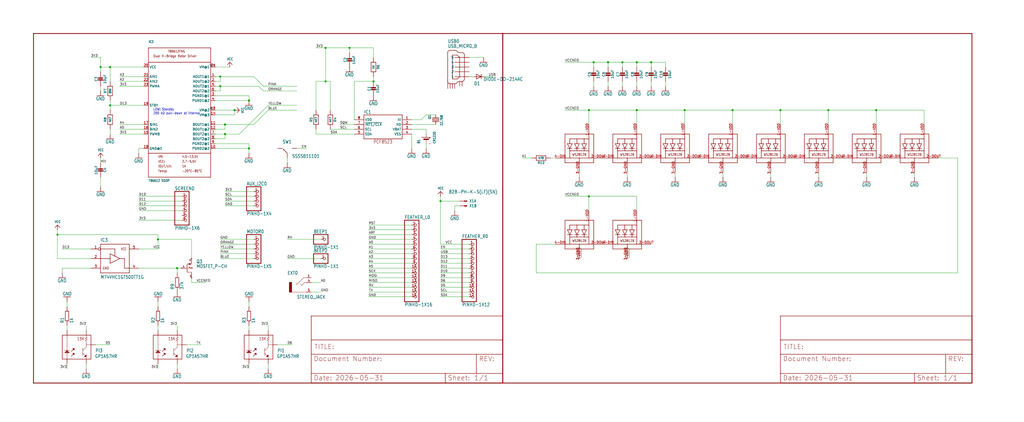
<source format=kicad_sch>
(kicad_sch (version 20250114) (generator "eeschema") (generator_version "9.0")
  (paper "User" 543.23 223.926)
  (text "LOW: Standby\n200 kΩ pull-down at internal" (at 81.28 60.96 0) (effects (font (size 1.27 1.0795)) (justify left bottom)))
  (junction (at 337.82 58.42))
  (junction (at 93.98 142.24))
  (junction (at 464.82 58.42))
  (junction (at 312.42 104.14))
  (junction (at 314.96 33.02))
  (junction (at 363.22 58.42))
  (junction (at 124.46 58.42))
  (junction (at 185.42 25.4))
  (junction (at 58.42 55.88))
  (junction (at 116.84 45.72))
  (junction (at 345.44 33.02))
  (junction (at 119.38 66.04))
  (junction (at 322.58 33.02))
  (junction (at 116.84 40.64))
  (junction (at 132.08 78.74))
  (junction (at 388.62 58.42))
  (junction (at 172.72 25.4))
  (junction (at 58.42 35.56))
  (junction (at 312.42 58.42))
  (junction (at 172.72 43.18))
  (junction (at 132.08 53.34))
  (junction (at 119.38 71.12))
  (junction (at 439.42 58.42))
  (junction (at 83.82 127))
  (junction (at 233.68 106.68))
  (junction (at 30.48 124.46))
  (junction (at 414.02 58.42))
  (junction (at 53.34 35.56))
  (junction (at 330.2 33.02))
  (junction (at 198.12 43.18))
  (junction (at 337.82 33.02))
  (wire (pts (xy 152.4 83.82) (xy 152.4 86.36)) (stroke (width 0.1524)))
  (wire (pts (xy 96.52 106.68) (xy 73.66 106.68)) (stroke (width 0.1524)))
  (wire (pts (xy 134.62 106.68) (xy 119.38 106.68)) (stroke (width 0.1524)))
  (wire (pts (xy 134.62 134.62) (xy 116.84 134.62)) (stroke (width 0.1524)))
  (wire (pts (xy 185.42 25.4) (xy 172.72 25.4)) (stroke (width 0.1524)))
  (wire (pts (xy 175.26 43.18) (xy 175.26 58.42)) (stroke (width 0.1524)))
  (wire (pts (xy 139.7 45.72) (xy 157.48 45.72)) (stroke (width 0.1524)))
  (wire (pts (xy 167.64 71.12) (xy 167.64 68.58)) (stroke (width 0.1524)))
  (wire (pts (xy 248.92 129.54) (xy 233.68 129.54)) (stroke (width 0.1524)))
  (wire (pts (xy 114.3 66.04) (xy 119.38 66.04)) (stroke (width 0.1524)))
  (wire (pts (xy 76.2 40.64) (xy 63.5 40.64)) (stroke (width 0.1524)))
  (wire (pts (xy 464.82 66.04) (xy 464.82 58.42)) (stroke (width 0.1524)))
  (wire (pts (xy 116.84 40.64) (xy 134.62 40.64)) (stroke (width 0.1524)))
  (wire (pts (xy 132.08 172.72) (xy 132.08 175.26)) (stroke (width 0.1524)))
  (wire (pts (xy 330.2 33.02) (xy 337.82 33.02)) (stroke (width 0.1524)))
  (wire (pts (xy 119.38 73.66) (xy 119.38 71.12)) (stroke (width 0.1524)))
  (wire (pts (xy 248.92 132.08) (xy 233.68 132.08)) (stroke (width 0.1524)))
  (wire (pts (xy 33.02 142.24) (xy 33.02 144.78)) (stroke (width 0.1524)))
  (wire (pts (xy 134.62 129.54) (xy 116.84 129.54)) (stroke (width 0.1524)))
  (wire (pts (xy 218.44 152.4) (xy 195.58 152.4)) (stroke (width 0.1524)))
  (wire (pts (xy 124.46 60.96) (xy 124.46 58.42)) (stroke (width 0.1524)))
  (wire (pts (xy 114.3 71.12) (xy 119.38 71.12)) (stroke (width 0.1524)))
  (wire (pts (xy 187.96 43.18) (xy 198.12 43.18)) (stroke (width 0.1524)))
  (wire (pts (xy 388.62 66.04) (xy 388.62 58.42)) (stroke (width 0.1524)))
  (wire (pts (xy 218.44 149.86) (xy 195.58 149.86)) (stroke (width 0.1524)))
  (wire (pts (xy 187.96 68.58) (xy 175.26 68.58)) (stroke (width 0.1524)))
  (wire (pts (xy 218.44 127) (xy 195.58 127)) (stroke (width 0.1524)))
  (wire (pts (xy 198.12 43.18) (xy 198.12 40.64)) (stroke (width 0.1524)))
  (wire (pts (xy 233.68 106.68) (xy 233.68 129.54)) (stroke (width 0.1524)))
  (wire (pts (xy 35.56 195.58) (xy 35.56 193.04)) (stroke (width 0.1524)))
  (wire (pts (xy 114.3 43.18) (xy 116.84 43.18)) (stroke (width 0.1524)))
  (wire (pts (xy 116.84 48.26) (xy 116.84 45.72)) (stroke (width 0.1524)))
  (wire (pts (xy 218.44 78.74) (xy 218.44 71.12)) (stroke (width 0.1524)))
  (wire (pts (xy 383.54 91.44) (xy 383.54 93.98)) (stroke (width 0.1524)))
  (wire (pts (xy 76.2 45.72) (xy 63.5 45.72)) (stroke (width 0.1524)))
  (wire (pts (xy 142.24 58.42) (xy 157.48 58.42)) (stroke (width 0.1524)))
  (wire (pts (xy 281.94 83.82) (xy 276.86 83.82)) (stroke (width 0.1524)))
  (wire (pts (xy 172.72 43.18) (xy 167.64 43.18)) (stroke (width 0.1524)))
  (wire (pts (xy 284.48 144.78) (xy 508 144.78)) (stroke (width 0.1524)))
  (wire (pts (xy 218.44 137.16) (xy 195.58 137.16)) (stroke (width 0.1524)))
  (wire (pts (xy 218.44 119.38) (xy 195.58 119.38)) (stroke (width 0.1524)))
  (wire (pts (xy 243.84 106.68) (xy 233.68 106.68)) (stroke (width 0.1524)))
  (wire (pts (xy 165.1 149.86) (xy 170.18 149.86)) (stroke (width 0.1524)))
  (wire (pts (xy 83.82 124.46) (xy 30.48 124.46)) (stroke (width 0.1524)))
  (wire (pts (xy 76.2 71.12) (xy 63.5 71.12)) (stroke (width 0.1524)))
  (wire (pts (xy 83.82 127) (xy 101.6 127)) (stroke (width 0.1524)))
  (wire (pts (xy 134.62 66.04) (xy 142.24 58.42)) (stroke (width 0.1524)))
  (wire (pts (xy 93.98 195.58) (xy 93.98 193.04)) (stroke (width 0.1524)))
  (wire (pts (xy 114.3 40.64) (xy 116.84 40.64)) (stroke (width 0.1524)))
  (wire (pts (xy 96.52 109.22) (xy 73.66 109.22)) (stroke (width 0.1524)))
  (wire (pts (xy 172.72 43.18) (xy 172.72 25.4)) (stroke (width 0.1524)))
  (wire (pts (xy 198.12 25.4) (xy 198.12 30.48)) (stroke (width 0.1524)))
  (wire (pts (xy 116.84 43.18) (xy 116.84 40.64)) (stroke (width 0.1524)))
  (wire (pts (xy 226.06 76.2) (xy 226.06 78.74)) (stroke (width 0.1524)))
  (wire (pts (xy 101.6 149.86) (xy 109.22 149.86)) (stroke (width 0.1524)))
  (wire (pts (xy 114.3 58.42) (xy 124.46 58.42)) (stroke (width 0.1524)))
  (wire (pts (xy 248.92 137.16) (xy 233.68 137.16)) (stroke (width 0.1524)))
  (wire (pts (xy 464.82 58.42) (xy 490.22 58.42)) (stroke (width 0.1524)))
  (wire (pts (xy 58.42 53.34) (xy 58.42 55.88)) (stroke (width 0.1524)))
  (wire (pts (xy 134.62 127) (xy 116.84 127)) (stroke (width 0.1524)))
  (wire (pts (xy 134.62 132.08) (xy 116.84 132.08)) (stroke (width 0.1524)))
  (wire (pts (xy 142.24 55.88) (xy 157.48 55.88)) (stroke (width 0.1524)))
  (wire (pts (xy 35.56 172.72) (xy 35.56 175.26)) (stroke (width 0.1524)))
  (wire (pts (xy 337.82 43.18) (xy 337.82 45.72)) (stroke (width 0.1524)))
  (wire (pts (xy 134.62 109.22) (xy 119.38 109.22)) (stroke (width 0.1524)))
  (wire (pts (xy 322.58 33.02) (xy 330.2 33.02)) (stroke (width 0.1524)))
  (wire (pts (xy 132.08 50.8) (xy 132.08 53.34)) (stroke (width 0.1524)))
  (wire (pts (xy 337.82 35.56) (xy 337.82 33.02)) (stroke (width 0.1524)))
  (wire (pts (xy 30.48 124.46) (xy 30.48 137.16)) (stroke (width 0.1524)))
  (wire (pts (xy 198.12 25.4) (xy 185.42 25.4)) (stroke (width 0.1524)))
  (wire (pts (xy 314.96 33.02) (xy 322.58 33.02)) (stroke (width 0.1524)))
  (wire (pts (xy 114.3 53.34) (xy 132.08 53.34)) (stroke (width 0.1524)))
  (wire (pts (xy 218.44 144.78) (xy 195.58 144.78)) (stroke (width 0.1524)))
  (wire (pts (xy 485.14 91.44) (xy 485.14 93.98)) (stroke (width 0.1524)))
  (wire (pts (xy 307.34 91.44) (xy 307.34 93.98)) (stroke (width 0.1524)))
  (wire (pts (xy 93.98 142.24) (xy 96.52 142.24)) (stroke (width 0.1524)))
  (wire (pts (xy 114.3 78.74) (xy 132.08 78.74)) (stroke (width 0.1524)))
  (wire (pts (xy 114.3 76.2) (xy 132.08 76.2)) (stroke (width 0.1524)))
  (wire (pts (xy 345.44 45.72) (xy 345.44 43.18)) (stroke (width 0.1524)))
  (wire (pts (xy 96.52 116.84) (xy 73.66 116.84)) (stroke (width 0.1524)))
  (wire (pts (xy 58.42 43.18) (xy 58.42 35.56)) (stroke (width 0.1524)))
  (wire (pts (xy 322.58 35.56) (xy 322.58 33.02)) (stroke (width 0.1524)))
  (wire (pts (xy 299.72 33.02) (xy 314.96 33.02)) (stroke (width 0.1524)))
  (wire (pts (xy 185.42 27.94) (xy 185.42 25.4)) (stroke (width 0.1524)))
  (wire (pts (xy 76.2 78.74) (xy 73.66 78.74)) (stroke (width 0.1524)))
  (wire (pts (xy 294.64 83.82) (xy 292.1 83.82)) (stroke (width 0.1524)))
  (wire (pts (xy 223.52 63.5) (xy 218.44 63.5)) (stroke (width 0.1524)))
  (wire (pts (xy 76.2 43.18) (xy 63.5 43.18)) (stroke (width 0.1524)))
  (wire (pts (xy 83.82 195.58) (xy 83.82 193.04)) (stroke (width 0.1524)))
  (wire (pts (xy 226.06 60.96) (xy 223.52 63.5)) (stroke (width 0.1524)))
  (wire (pts (xy 58.42 68.58) (xy 58.42 71.12)) (stroke (width 0.1524)))
  (wire (pts (xy 388.62 58.42) (xy 414.02 58.42)) (stroke (width 0.1524)))
  (wire (pts (xy 337.82 66.04) (xy 337.82 58.42)) (stroke (width 0.1524)))
  (wire (pts (xy 114.3 48.26) (xy 116.84 48.26)) (stroke (width 0.1524)))
  (wire (pts (xy 134.62 40.64) (xy 139.7 45.72)) (stroke (width 0.1524)))
  (wire (pts (xy 256.54 40.64) (xy 261.62 40.64)) (stroke (width 0.1524)))
  (wire (pts (xy 53.34 45.72) (xy 53.34 48.26)) (stroke (width 0.1524)))
  (wire (pts (xy 30.48 137.16) (xy 48.26 137.16)) (stroke (width 0.1524)))
  (wire (pts (xy 99.06 182.88) (xy 106.68 182.88)) (stroke (width 0.1524)))
  (wire (pts (xy 35.56 162.56) (xy 35.56 160.02)) (stroke (width 0.1524)))
  (wire (pts (xy 314.96 35.56) (xy 314.96 33.02)) (stroke (width 0.1524)))
  (wire (pts (xy 226.06 71.12) (xy 226.06 68.58)) (stroke (width 0.1524)))
  (wire (pts (xy 48.26 142.24) (xy 33.02 142.24)) (stroke (width 0.1524)))
  (wire (pts (xy 96.52 104.14) (xy 73.66 104.14)) (stroke (width 0.1524)))
  (wire (pts (xy 76.2 55.88) (xy 58.42 55.88)) (stroke (width 0.1524)))
  (wire (pts (xy 231.14 66.04) (xy 218.44 66.04)) (stroke (width 0.1524)))
  (wire (pts (xy 116.84 45.72) (xy 137.16 45.72)) (stroke (width 0.1524)))
  (wire (pts (xy 337.82 58.42) (xy 363.22 58.42)) (stroke (width 0.1524)))
  (wire (pts (xy 248.92 147.32) (xy 233.68 147.32)) (stroke (width 0.1524)))
  (wire (pts (xy 248.92 142.24) (xy 233.68 142.24)) (stroke (width 0.1524)))
  (wire (pts (xy 314.96 43.18) (xy 314.96 45.72)) (stroke (width 0.1524)))
  (wire (pts (xy 157.48 78.74) (xy 162.56 78.74)) (stroke (width 0.1524)))
  (wire (pts (xy 337.82 33.02) (xy 345.44 33.02)) (stroke (width 0.1524)))
  (wire (pts (xy 134.62 104.14) (xy 119.38 104.14)) (stroke (width 0.1524)))
  (wire (pts (xy 358.14 91.44) (xy 358.14 93.98)) (stroke (width 0.1524)))
  (wire (pts (xy 248.92 154.94) (xy 233.68 154.94)) (stroke (width 0.1524)))
  (wire (pts (xy 490.22 58.42) (xy 490.22 66.04)) (stroke (width 0.1524)))
  (wire (pts (xy 132.08 76.2) (xy 132.08 78.74)) (stroke (width 0.1524)))
  (wire (pts (xy 248.92 149.86) (xy 233.68 149.86)) (stroke (width 0.1524)))
  (wire (pts (xy 53.34 93.98) (xy 53.34 99.06)) (stroke (width 0.1524)))
  (wire (pts (xy 330.2 43.18) (xy 330.2 45.72)) (stroke (width 0.1524)))
  (wire (pts (xy 114.3 68.58) (xy 119.38 68.58)) (stroke (width 0.1524)))
  (wire (pts (xy 187.96 63.5) (xy 187.96 43.18)) (stroke (width 0.1524)))
  (wire (pts (xy 93.98 172.72) (xy 93.98 175.26)) (stroke (width 0.1524)))
  (wire (pts (xy 312.42 66.04) (xy 312.42 58.42)) (stroke (width 0.1524)))
  (wire (pts (xy 48.26 132.08) (xy 33.02 132.08)) (stroke (width 0.1524)))
  (wire (pts (xy 53.34 86.36) (xy 53.34 83.82)) (stroke (width 0.1524)))
  (wire (pts (xy 73.66 78.74) (xy 73.66 81.28)) (stroke (width 0.1524)))
  (wire (pts (xy 248.92 134.62) (xy 233.68 134.62)) (stroke (width 0.1524)))
  (wire (pts (xy 312.42 111.76) (xy 312.42 104.14)) (stroke (width 0.1524)))
  (wire (pts (xy 226.06 68.58) (xy 218.44 68.58)) (stroke (width 0.1524)))
  (wire (pts (xy 414.02 58.42) (xy 414.02 66.04)) (stroke (width 0.1524)))
  (wire (pts (xy 142.24 195.58) (xy 142.24 193.04)) (stroke (width 0.1524)))
  (wire (pts (xy 233.68 106.68) (xy 233.68 104.14)) (stroke (width 0.1524)))
  (wire (pts (xy 218.44 124.46) (xy 195.58 124.46)) (stroke (width 0.1524)))
  (wire (pts (xy 218.44 157.48) (xy 195.58 157.48)) (stroke (width 0.1524)))
  (wire (pts (xy 187.96 71.12) (xy 167.64 71.12)) (stroke (width 0.1524)))
  (wire (pts (xy 45.72 195.58) (xy 45.72 193.04)) (stroke (width 0.1524)))
  (wire (pts (xy 187.96 66.04) (xy 180.34 66.04)) (stroke (width 0.1524)))
  (wire (pts (xy 119.38 68.58) (xy 119.38 66.04)) (stroke (width 0.1524)))
  (wire (pts (xy 170.18 137.16) (xy 152.4 137.16)) (stroke (width 0.1524)))
  (wire (pts (xy 218.44 154.94) (xy 195.58 154.94)) (stroke (width 0.1524)))
  (wire (pts (xy 294.64 129.54) (xy 284.48 129.54)) (stroke (width 0.1524)))
  (wire (pts (xy 363.22 66.04) (xy 363.22 58.42)) (stroke (width 0.1524)))
  (wire (pts (xy 353.06 45.72) (xy 353.06 43.18)) (stroke (width 0.1524)))
  (wire (pts (xy 45.72 172.72) (xy 45.72 175.26)) (stroke (width 0.1524)))
  (wire (pts (xy 345.44 33.02) (xy 353.06 33.02)) (stroke (width 0.1524)))
  (wire (pts (xy 218.44 132.08) (xy 195.58 132.08)) (stroke (width 0.1524)))
  (wire (pts (xy 218.44 139.7) (xy 195.58 139.7)) (stroke (width 0.1524)))
  (wire (pts (xy 218.44 147.32) (xy 195.58 147.32)) (stroke (width 0.1524)))
  (wire (pts (xy 53.34 35.56) (xy 53.34 30.48)) (stroke (width 0.1524)))
  (wire (pts (xy 414.02 58.42) (xy 439.42 58.42)) (stroke (width 0.1524)))
  (wire (pts (xy 83.82 172.72) (xy 83.82 175.26)) (stroke (width 0.1524)))
  (wire (pts (xy 142.24 172.72) (xy 142.24 175.26)) (stroke (width 0.1524)))
  (wire (pts (xy 284.48 129.54) (xy 284.48 144.78)) (stroke (width 0.1524)))
  (wire (pts (xy 76.2 68.58) (xy 63.5 68.58)) (stroke (width 0.1524)))
  (wire (pts (xy 218.44 129.54) (xy 195.58 129.54)) (stroke (width 0.1524)))
  (wire (pts (xy 439.42 58.42) (xy 464.82 58.42)) (stroke (width 0.1524)))
  (wire (pts (xy 330.2 35.56) (xy 330.2 33.02)) (stroke (width 0.1524)))
  (wire (pts (xy 299.72 58.42) (xy 312.42 58.42)) (stroke (width 0.1524)))
  (wire (pts (xy 76.2 66.04) (xy 63.5 66.04)) (stroke (width 0.1524)))
  (wire (pts (xy 248.92 40.64) (xy 251.46 40.64)) (stroke (width 0.1524)))
  (wire (pts (xy 96.52 111.76) (xy 73.66 111.76)) (stroke (width 0.1524)))
  (wire (pts (xy 101.6 147.32) (xy 101.6 149.86)) (stroke (width 0.1524)))
  (wire (pts (xy 170.18 127) (xy 152.4 127)) (stroke (width 0.1524)))
  (wire (pts (xy 137.16 45.72) (xy 139.7 48.26)) (stroke (width 0.1524)))
  (wire (pts (xy 165.1 154.94) (xy 170.18 154.94)) (stroke (width 0.1524)))
  (wire (pts (xy 218.44 142.24) (xy 195.58 142.24)) (stroke (width 0.1524)))
  (wire (pts (xy 167.64 58.42) (xy 167.64 43.18)) (stroke (width 0.1524)))
  (wire (pts (xy 50.8 182.88) (xy 58.42 182.88)) (stroke (width 0.1524)))
  (wire (pts (xy 132.08 162.56) (xy 132.08 160.02)) (stroke (width 0.1524)))
  (wire (pts (xy 508 144.78) (xy 508 83.82)) (stroke (width 0.1524)))
  (wire (pts (xy 53.34 30.48) (xy 48.26 30.48)) (stroke (width 0.1524)))
  (wire (pts (xy 134.62 137.16) (xy 116.84 137.16)) (stroke (width 0.1524)))
  (wire (pts (xy 243.84 109.22) (xy 241.3 109.22)) (stroke (width 0.1524)))
  (wire (pts (xy 172.72 25.4) (xy 167.64 25.4)) (stroke (width 0.1524)))
  (wire (pts (xy 147.32 182.88) (xy 154.94 182.88)) (stroke (width 0.1524)))
  (wire (pts (xy 119.38 66.04) (xy 134.62 66.04)) (stroke (width 0.1524)))
  (wire (pts (xy 363.22 58.42) (xy 388.62 58.42)) (stroke (width 0.1524)))
  (wire (pts (xy 459.74 91.44) (xy 459.74 93.98)) (stroke (width 0.1524)))
  (wire (pts (xy 299.72 104.14) (xy 312.42 104.14)) (stroke (width 0.1524)))
  (wire (pts (xy 119.38 71.12) (xy 127 71.12)) (stroke (width 0.1524)))
  (wire (pts (xy 139.7 48.26) (xy 157.48 48.26)) (stroke (width 0.1524)))
  (wire (pts (xy 132.08 195.58) (xy 132.08 193.04)) (stroke (width 0.1524)))
  (wire (pts (xy 114.3 73.66) (xy 119.38 73.66)) (stroke (width 0.1524)))
  (wire (pts (xy 241.3 109.22) (xy 241.3 111.76)) (stroke (width 0.1524)))
  (wire (pts (xy 248.92 157.48) (xy 233.68 157.48)) (stroke (width 0.1524)))
  (wire (pts (xy 83.82 132.08) (xy 83.82 127)) (stroke (width 0.1524)))
  (wire (pts (xy 248.92 144.78) (xy 233.68 144.78)) (stroke (width 0.1524)))
  (wire (pts (xy 83.82 132.08) (xy 73.66 132.08)) (stroke (width 0.1524)))
  (wire (pts (xy 312.42 104.14) (xy 337.82 104.14)) (stroke (width 0.1524)))
  (wire (pts (xy 322.58 43.18) (xy 322.58 45.72)) (stroke (width 0.1524)))
  (wire (pts (xy 218.44 134.62) (xy 195.58 134.62)) (stroke (width 0.1524)))
  (wire (pts (xy 312.42 58.42) (xy 337.82 58.42)) (stroke (width 0.1524)))
  (wire (pts (xy 114.3 45.72) (xy 116.84 45.72)) (stroke (width 0.1524)))
  (wire (pts (xy 101.6 137.16) (xy 101.6 127)) (stroke (width 0.1524)))
  (wire (pts (xy 132.08 78.74) (xy 132.08 81.28)) (stroke (width 0.1524)))
  (wire (pts (xy 76.2 35.56) (xy 58.42 35.56)) (stroke (width 0.1524)))
  (wire (pts (xy 93.98 142.24) (xy 93.98 144.78)) (stroke (width 0.1524)))
  (wire (pts (xy 58.42 55.88) (xy 58.42 58.42)) (stroke (width 0.1524)))
  (wire (pts (xy 175.26 43.18) (xy 172.72 43.18)) (stroke (width 0.1524)))
  (wire (pts (xy 93.98 142.24) (xy 73.66 142.24)) (stroke (width 0.1524)))
  (wire (pts (xy 30.48 124.46) (xy 30.48 121.92)) (stroke (width 0.1524)))
  (wire (pts (xy 53.34 38.1) (xy 53.34 35.56)) (stroke (width 0.1524)))
  (wire (pts (xy 345.44 33.02) (xy 345.44 35.56)) (stroke (width 0.1524)))
  (wire (pts (xy 248.92 152.4) (xy 233.68 152.4)) (stroke (width 0.1524)))
  (wire (pts (xy 337.82 104.14) (xy 337.82 111.76)) (stroke (width 0.1524)))
  (wire (pts (xy 497.84 83.82) (xy 508 83.82)) (stroke (width 0.1524)))
  (wire (pts (xy 332.74 91.44) (xy 332.74 93.98)) (stroke (width 0.1524)))
  (wire (pts (xy 434.34 91.44) (xy 434.34 93.98)) (stroke (width 0.1524)))
  (wire (pts (xy 353.06 33.02) (xy 353.06 35.56)) (stroke (width 0.1524)))
  (wire (pts (xy 114.3 60.96) (xy 124.46 60.96)) (stroke (width 0.1524)))
  (wire (pts (xy 408.94 91.44) (xy 408.94 93.98)) (stroke (width 0.1524)))
  (wire (pts (xy 231.14 60.96) (xy 226.06 60.96)) (stroke (width 0.1524)))
  (wire (pts (xy 114.3 35.56) (xy 121.92 35.56)) (stroke (width 0.1524)))
  (wire (pts (xy 218.44 121.92) (xy 195.58 121.92)) (stroke (width 0.1524)))
  (wire (pts (xy 134.62 101.6) (xy 119.38 101.6)) (stroke (width 0.1524)))
  (wire (pts (xy 83.82 127) (xy 83.82 124.46)) (stroke (width 0.1524)))
  (wire (pts (xy 439.42 66.04) (xy 439.42 58.42)) (stroke (width 0.1524)))
  (wire (pts (xy 83.82 162.56) (xy 83.82 160.02)) (stroke (width 0.1524)))
  (wire (pts (xy 127 71.12) (xy 142.24 55.88)) (stroke (width 0.1524)))
  (wire (pts (xy 248.92 139.7) (xy 233.68 139.7)) (stroke (width 0.1524)))
  (wire (pts (xy 58.42 35.56) (xy 53.34 35.56)) (stroke (width 0.1524)))
  (wire (pts (xy 248.92 30.48) (xy 256.54 30.48)) (stroke (width 0.1524)))
  (wire (pts (xy 114.3 50.8) (xy 132.08 50.8)) (stroke (width 0.1524)))
  (label "RST" (at 195.58 119.38 0) (effects (font (size 1.2446 1.2446))))
  (label "3V3" (at 93.98 172.72 180) (effects (font (size 1.2446 1.2446))))
  (label "VCC" (at 81.28 132.08 0) (effects (font (size 1.2446 1.2446))))
  (label "ORANGE" (at 116.84 129.54 0) (effects (font (size 1.2446 1.2446))))
  (label "D11" (at 73.66 106.68 0) (effects (font (size 1.2446 1.2446))))
  (label "TX" (at 104.14 182.88 0) (effects (font (size 1.2446 1.2446))))
  (label "D13" (at 33.02 132.08 0) (effects (font (size 1.2446 1.2446))))
  (label "RX" (at 152.4 127 0) (effects (font (size 1.2446 1.2446))))
  (label "A2" (at 63.5 43.18 0) (effects (font (size 1.2446 1.2446))))
  (label "SDA" (at 175.26 71.12 0) (effects (font (size 1.2446 1.2446))))
  (label "VCC" (at 114.3 58.42 180) (effects (font (size 1.016 1.016))))
  (label "D10" (at 73.66 104.14 0) (effects (font (size 1.2446 1.2446))))
  (label "3V3" (at 73.66 116.84 0) (effects (font (size 1.2446 1.2446))))
  (label "ARF" (at 195.58 124.46 0) (effects (font (size 1.2446 1.2446))))
  (label "D5" (at 55.88 182.88 0) (effects (font (size 1.2446 1.2446))))
  (label "3V3" (at 35.56 195.58 180) (effects (font (size 1.2446 1.2446))))
  (label "VCCNEO" (at 299.72 58.42 0) (effects (font (size 1.2446 1.2446))))
  (label "A0" (at 170.18 149.86 0) (effects (font (size 1.2446 1.2446))))
  (label "RX" (at 195.58 152.4 0) (effects (font (size 1.2446 1.2446))))
  (label "SDA" (at 119.38 106.68 0) (effects (font (size 1.2446 1.2446))))
  (label "3V3" (at 63.5 45.72 0) (effects (font (size 1.2446 1.2446))))
  (label "A4" (at 63.5 66.04 0) (effects (font (size 1.2446 1.2446))))
  (label "D13" (at 233.68 137.16 0) (effects (font (size 1.2446 1.2446))))
  (label "3V3" (at 167.64 25.4 0) (effects (font (size 1.2446 1.2446))))
  (label "3V3" (at 132.08 195.58 180) (effects (font (size 1.2446 1.2446))))
  (label "3V3" (at 45.72 172.72 180) (effects (font (size 1.2446 1.2446))))
  (label "A3" (at 63.5 40.64 0) (effects (font (size 1.2446 1.2446))))
  (label "D11" (at 233.68 142.24 0) (effects (font (size 1.2446 1.2446))))
  (label "A1" (at 276.86 83.82 0) (effects (font (size 1.2446 1.2446))))
  (label "BLUE" (at 142.24 58.42 0) (effects (font (size 1.2446 1.2446))))
  (label "A1" (at 195.58 132.08 0) (effects (font (size 1.2446 1.2446))))
  (label "3V3" (at 63.5 71.12 0) (effects (font (size 1.2446 1.2446))))
  (label "VCCNEO" (at 104.14 149.86 0) (effects (font (size 1.2446 1.2446))))
  (label "3V3" (at 142.24 172.72 180) (effects (font (size 1.2446 1.2446))))
  (label "A2" (at 195.58 134.62 0) (effects (font (size 1.2446 1.2446))))
  (label "GND" (at 73.66 111.76 0) (effects (font (size 1.2446 1.2446))))
  (label "D6" (at 233.68 149.86 0) (effects (font (size 1.2446 1.2446))))
  (label "A3" (at 195.58 137.16 0) (effects (font (size 1.2446 1.2446))))
  (label "A5" (at 195.58 142.24 0) (effects (font (size 1.2446 1.2446))))
  (label "A4" (at 195.58 139.7 0) (effects (font (size 1.2446 1.2446))))
  (label "GND" (at 170.18 154.94 0) (effects (font (size 1.2446 1.2446))))
  (label "A0" (at 195.58 129.54 0) (effects (font (size 1.2446 1.2446))))
  (label "VCC" (at 53.34 86.36 0) (effects (font (size 1.016 1.016))))
  (label "ORANGE" (at 142.24 48.26 0) (effects (font (size 1.2446 1.2446))))
  (label "TX" (at 195.58 154.94 0) (effects (font (size 1.2446 1.2446))))
  (label "VCC" (at 236.22 129.54 0) (effects (font (size 1.2446 1.2446))))
  (label "EN" (at 160.02 78.74 0) (effects (font (size 1.2446 1.2446))))
  (label "SCL" (at 233.68 154.94 0) (effects (font (size 1.2446 1.2446))))
  (label "PINK" (at 116.84 134.62 0) (effects (font (size 1.2446 1.2446))))
  (label "SCL" (at 119.38 104.14 0) (effects (font (size 1.2446 1.2446))))
  (label "3V3" (at 119.38 101.6 0) (effects (font (size 1.2446 1.2446))))
  (label "SCK" (at 195.58 144.78 0) (effects (font (size 1.2446 1.2446))))
  (label "3V3" (at 195.58 121.92 0) (effects (font (size 1.2446 1.2446))))
  (label "BLUE" (at 116.84 137.16 0) (effects (font (size 1.2446 1.2446))))
  (label "VCCNEO" (at 299.72 33.02 0) (effects (font (size 1.2446 1.2446))))
  (label "D12" (at 233.68 139.7 0) (effects (font (size 1.2446 1.2446))))
  (label "VCC" (at 114.3 35.56 180) (effects (font (size 1.016 1.016))))
  (label "YELLOW" (at 142.24 55.88 0) (effects (font (size 1.2446 1.2446))))
  (label "D10" (at 233.68 144.78 0) (effects (font (size 1.2446 1.2446))))
  (label "USB" (at 259.08 40.64 0) (effects (font (size 1.2446 1.2446))))
  (label "EN" (at 233.68 132.08 0) (effects (font (size 1.2446 1.2446))))
  (label "D9" (at 233.68 147.32 0) (effects (font (size 1.2446 1.2446))))
  (label "GND" (at 195.58 127 0) (effects (font (size 1.2446 1.2446))))
  (label "USB" (at 233.68 134.62 0) (effects (font (size 1.2446 1.2446))))
  (label "D6" (at 152.4 182.88 0) (effects (font (size 1.2446 1.2446))))
  (label "3V3" (at 48.26 30.48 0) (effects (font (size 1.2446 1.2446))))
  (label "SQW" (at 180.34 66.04 0) (effects (font (size 1.2446 1.2446))))
  (label "SCL" (at 180.34 68.58 0) (effects (font (size 1.2446 1.2446))))
  (label "D13" (at 63.5 55.88 0) (effects (font (size 1.2446 1.2446))))
  (label "A5" (at 63.5 68.58 0) (effects (font (size 1.2446 1.2446))))
  (label "GND" (at 119.38 109.22 0) (effects (font (size 1.2446 1.2446))))
  (label "YELLOW" (at 116.84 132.08 0) (effects (font (size 1.2446 1.2446))))
  (label "VCCNEO" (at 299.72 104.14 0) (effects (font (size 1.2446 1.2446))))
  (label "GND" (at 116.84 127 0) (effects (font (size 1.2446 1.2446))))
  (label "MISO" (at 195.58 149.86 0) (effects (font (size 1.2446 1.2446))))
  (label "GND" (at 152.4 137.16 0) (effects (font (size 1.2446 1.2446))))
  (label "D12" (at 73.66 109.22 0) (effects (font (size 1.2446 1.2446))))
  (label "3V3" (at 83.82 195.58 180) (effects (font (size 1.2446 1.2446))))
  (label "D5" (at 233.68 152.4 0) (effects (font (size 1.2446 1.2446))))
  (label "MOSI" (at 195.58 147.32 0) (effects (font (size 1.2446 1.2446))))
  (label "SDA" (at 233.68 157.48 0) (effects (font (size 1.2446 1.2446))))
  (label "PINK" (at 142.24 45.72 0) (effects (font (size 1.2446 1.2446))))
  (label "GND" (at 195.58 157.48 0) (effects (font (size 1.2446 1.2446))))
  (global_label "GND" (shape bidirectional) (at 307.34 137.16 90) (effects (font (size 1.016 1.016))) (property "Intersheetrefs" "${INTERSHEET_REFS}" (effects (hide yes))))
  (global_label "GND" (shape bidirectional) (at 332.74 137.16 90) (effects (font (size 1.016 1.016))) (property "Intersheetrefs" "${INTERSHEET_REFS}" (effects (hide yes))))
  (symbol (lib_id "FED3_v7.2-eagle-import:RESISTOR0805_NOOUTLINE") (at 287.02 83.82 180) (unit 1)
    (property "Reference" "R12" (at 287.02 86.36 0))
    (property "Value" "470" (at 287.02 83.82 0) (effects (font (size 1.016 1.016) (thickness 0.2032) (bold yes))))
    (property "Footprint" "FED3_v7.2:0805-NO" (effects (hide yes)))
  )
  (symbol (lib_id "FED3_v7.2-eagle-import:supply1_GND") (at 322.58 48.26 0) (unit 1)
    (property "Reference" "#GND30" (effects (hide yes)))
    (property "Value" "GND" (at 320.04 50.8 0) (effects (font (size 1.778 1.5113)) (justify left bottom)))
  )
  (symbol (lib_id "FED3_v7.2-eagle-import:supply1_GND") (at 434.34 96.52 0) (unit 1)
    (property "Reference" "#GND26" (effects (hide yes)))
    (property "Value" "GND" (at 431.8 99.06 0) (effects (font (size 1.778 1.5113)) (justify left bottom)))
  )
  (symbol (lib_id "FED3_v7.2-eagle-import:PINHD-1X6") (at 99.06 111.76 0) (unit 1)
    (property "Reference" "SCREEN0" (at 92.71 100.965 0) (effects (font (size 1.778 1.5113)) (justify left bottom)))
    (property "Value" "PINHD-1X6" (at 92.71 121.92 0) (effects (font (size 1.778 1.5113)) (justify left bottom)))
    (property "Footprint" "FED3_v7.2:1X06" (effects (hide yes)))
  )
  (symbol (lib_id "FED3_v7.2-eagle-import:GND") (at 132.08 157.48 180) (unit 1)
    (property "Reference" "#GND36" (effects (hide yes)))
    (property "Value" "GND" (at 134.62 154.94 0) (effects (font (size 1.778 1.5113)) (justify left bottom)))
  )
  (symbol (lib_id "FED3_v7.2-eagle-import:supply1_GND") (at 307.34 96.52 0) (unit 1)
    (property "Reference" "#GND6" (effects (hide yes)))
    (property "Value" "GND" (at 304.8 99.06 0) (effects (font (size 1.778 1.5113)) (justify left bottom)))
  )
  (symbol (lib_id "FED3_v7.2-eagle-import:supply1_GND") (at 358.14 96.52 0) (unit 1)
    (property "Reference" "#GND23" (effects (hide yes)))
    (property "Value" "GND" (at 355.6 99.06 0) (effects (font (size 1.778 1.5113)) (justify left bottom)))
  )
  (symbol (lib_id "FED3_v7.2-eagle-import:STEREO_JACK") (at 160.02 152.4 0) (unit 1)
    (property "Reference" "EXT0" (at 152.4 145.796 0) (effects (font (size 1.778 1.5113)) (justify left bottom)))
    (property "Value" "STEREO_JACK" (at 157.48 158.496 0) (effects (font (size 1.778 1.5113)) (justify left bottom)))
    (property "Footprint" "FED3_v7.2:35RASMT2BHNTRX" (effects (hide yes)))
  )
  (symbol (lib_id "FED3_v7.2-eagle-import:CAP_CERAMIC0805-NOOUTLINE") (at 314.96 40.64 0) (unit 1)
    (property "Reference" "C5" (at 312.67 39.39 90))
    (property "Value" "10uF" (at 317.26 39.39 90))
    (property "Footprint" "FED3_v7.2:0805-NO" (effects (hide yes)))
  )
  (symbol (lib_id "FED3_v7.2-eagle-import:VMOTOR") (at 233.68 101.6 0) (unit 1)
    (property "Reference" "#U$5" (effects (hide yes)))
    (property "Value" "VCC" (at 232.156 100.584 0) (effects (font (size 1.27 1.0795)) (justify left bottom)))
  )
  (symbol (lib_id "FED3_v7.2-eagle-import:supply1_GND") (at 53.34 50.8 0) (unit 1)
    (property "Reference" "#GND10" (effects (hide yes)))
    (property "Value" "GND" (at 50.8 53.34 0) (effects (font (size 1.778 1.5113)) (justify left bottom)))
  )
  (symbol (lib_id "FED3_v7.2-eagle-import:supply1_GND") (at 58.42 73.66 0) (unit 1)
    (property "Reference" "#GND19" (effects (hide yes)))
    (property "Value" "GND" (at 55.88 76.2 0) (effects (font (size 1.778 1.5113)) (justify left bottom)))
  )
  (symbol (lib_id "FED3_v7.2-eagle-import:supply1_GND") (at 132.08 55.88 0) (unit 1)
    (property "Reference" "#GND11" (effects (hide yes)))
    (property "Value" "GND" (at 129.54 58.42 0) (effects (font (size 1.778 1.5113)) (justify left bottom)))
  )
  (symbol (lib_id "FED3_v7.2-eagle-import:supply1_GND") (at 353.06 48.26 0) (unit 1)
    (property "Reference" "#GND4" (effects (hide yes)))
    (property "Value" "GND" (at 350.52 50.8 0) (effects (font (size 1.778 1.5113)) (justify left bottom)))
  )
  (symbol (lib_id "FED3_v7.2-eagle-import:BATTERYCR1220_SMT") (at 226.06 73.66 90) (unit 1)
    (property "Reference" "B1" (at 222.885 76.2 0) (effects (font (size 1.27 1.0795)) (justify left bottom)))
    (property "Value" "CR1220" (at 231.14 76.2 0) (effects (font (size 1.27 1.0795)) (justify left bottom)))
    (property "Footprint" "FED3_v7.2:CR1220" (effects (hide yes)))
  )
  (symbol (lib_id "FED3_v7.2-eagle-import:WS2812B5050") (at 307.34 127 0) (unit 1)
    (property "Reference" "LED9" (effects (hide yes)))
    (property "Value" "WS2812B5050" (effects (hide yes)))
    (property "Footprint" "FED3_v7.2:WS2812B" (effects (hide yes)))
  )
  (symbol (lib_id "FED3_v7.2-eagle-import:RESISTOR0805_NOOUTLINE") (at 167.64 63.5 90) (unit 1)
    (property "Reference" "R5" (at 165.1 63.5 0))
    (property "Value" "4K7" (at 167.64 63.5 0) (effects (font (size 1.016 1.016) (thickness 0.2032) (bold yes))))
    (property "Footprint" "FED3_v7.2:0805-NO" (effects (hide yes)))
  )
  (symbol (lib_id "FED3_v7.2-eagle-import:PINHD-1X4") (at 137.16 106.68 0) (unit 1)
    (property "Reference" "AUX_I2C0" (at 130.81 98.425 0) (effects (font (size 1.778 1.5113)) (justify left bottom)))
    (property "Value" "PINHD-1X4" (at 130.81 114.3 0) (effects (font (size 1.778 1.5113)) (justify left bottom)))
    (property "Footprint" "FED3_v7.2:1X04" (effects (hide yes)))
  )
  (symbol (lib_id "FED3_v7.2-eagle-import:supply1_GND") (at 53.34 101.6 0) (mirror y) (unit 1)
    (property "Reference" "#GND14" (effects (hide yes)))
    (property "Value" "GND" (at 55.88 104.14 0) (effects (font (size 1.778 1.5113)) (justify left bottom)))
  )
  (symbol (lib_id "FED3_v7.2-eagle-import:RESISTOR0805_NOOUTLINE") (at 198.12 35.56 270) (unit 1)
    (property "Reference" "R6" (at 200.66 35.56 0))
    (property "Value" "1K" (at 198.12 35.56 0) (effects (font (size 1.016 1.016) (thickness 0.2032) (bold yes))))
    (property "Footprint" "FED3_v7.2:0805-NO" (effects (hide yes)))
  )
  (symbol (lib_id "FED3_v7.2-eagle-import:CAP_CERAMIC0805-NOOUTLINE") (at 185.42 33.02 0) (unit 1)
    (property "Reference" "C2" (at 183.13 31.77 90))
    (property "Value" "10uF" (at 187.72 31.77 90))
    (property "Footprint" "FED3_v7.2:0805-NO" (effects (hide yes)))
  )
  (symbol (lib_id "FED3_v7.2-eagle-import:CAP_CERAMIC0805-NOOUTLINE") (at 322.58 40.64 0) (unit 1)
    (property "Reference" "C6" (at 320.29 39.39 90))
    (property "Value" "10uF" (at 324.88 39.39 90))
    (property "Footprint" "FED3_v7.2:0805-NO" (effects (hide yes)))
  )
  (symbol (lib_id "FED3_v7.2-eagle-import:JST-XH-02-PIN-ROUND-PAD") (at 246.38 106.68 0) (unit 1)
    (property "Reference" "X1" (at 248.92 107.442 0) (effects (font (size 1.524 1.2954)) (justify left bottom)))
    (property "Value" "B2B-PH-K-S(LF)(SN)" (effects (hide yes)))
    (property "Footprint" "FED3_v7.2:JST-XH-02-PACKAGE-ROUND-PAD" (effects (hide yes)))
  )
  (symbol (lib_id "FED3_v7.2-eagle-import:VMOTOR") (at 121.92 33.02 0) (unit 1)
    (property "Reference" "#U$2" (effects (hide yes)))
    (property "Value" "VCC" (at 120.396 32.004 0) (effects (font (size 1.27 1.0795)) (justify left bottom)))
  )
  (symbol (lib_id "FED3_v7.2-eagle-import:supply1_GND") (at 256.54 33.02 0) (unit 1)
    (property "Reference" "#GND15" (effects (hide yes)))
    (property "Value" "GND" (at 254 35.56 0) (effects (font (size 1.778 1.5113)) (justify left bottom)))
  )
  (symbol (lib_id "FED3_v7.2-eagle-import:CAP_CERAMIC0805-NOOUTLINE") (at 345.44 40.64 0) (unit 1)
    (property "Reference" "C9" (at 343.15 39.39 90))
    (property "Value" "10uF" (at 347.74 39.39 90))
    (property "Footprint" "FED3_v7.2:0805-NO" (effects (hide yes)))
  )
  (symbol (lib_id "FED3_v7.2-eagle-import:supply1_GND") (at 332.74 96.52 0) (unit 1)
    (property "Reference" "#GND18" (effects (hide yes)))
    (property "Value" "GND" (at 330.2 99.06 0) (effects (font (size 1.778 1.5113)) (justify left bottom)))
  )
  (symbol (lib_id "FED3_v7.2-eagle-import:supply1_GND") (at 383.54 96.52 0) (unit 1)
    (property "Reference" "#GND24" (effects (hide yes)))
    (property "Value" "GND" (at 381 99.06 0) (effects (font (size 1.778 1.5113)) (justify left bottom)))
  )
  (symbol (lib_id "FED3_v7.2-eagle-import:CAP_CERAMIC0805-NOOUTLINE") (at 353.06 40.64 0) (unit 1)
    (property "Reference" "C10" (at 350.77 39.39 90))
    (property "Value" "10uF" (at 355.36 39.39 90))
    (property "Footprint" "FED3_v7.2:0805-NO" (effects (hide yes)))
  )
  (symbol (lib_id "FED3_v7.2-eagle-import:WS2812B5050") (at 485.14 81.28 0) (unit 1)
    (property "Reference" "LED8" (effects (hide yes)))
    (property "Value" "WS2812B5050" (effects (hide yes)))
    (property "Footprint" "FED3_v7.2:WS2812B" (effects (hide yes)))
  )
  (symbol (lib_id "FED3_v7.2-eagle-import:PINHD-1X1") (at 172.72 137.16 0) (unit 1)
    (property "Reference" "BEEP2" (at 166.37 133.985 0) (effects (font (size 1.778 1.5113)) (justify left bottom)))
    (property "Value" "PINHD-1X1" (at 166.37 142.24 0) (effects (font (size 1.778 1.5113)) (justify left bottom)))
    (property "Footprint" "FED3_v7.2:1X01" (effects (hide yes)))
  )
  (symbol (lib_id "FED3_v7.2-eagle-import:supply1_GND") (at 33.02 147.32 0) (unit 1)
    (property "Reference" "#GND20" (effects (hide yes)))
    (property "Value" "GND" (at 30.48 149.86 0) (effects (font (size 1.778 1.5113)) (justify left bottom)))
  )
  (symbol (lib_id "FED3_v7.2-eagle-import:MOSFET_P-CH") (at 101.6 142.24 0) (unit 1)
    (property "Reference" "Q3" (at 104.14 139.7 0) (effects (font (size 1.778 1.5113)) (justify left bottom)))
    (property "Value" "MOSFET_P-CH" (at 104.14 142.24 0) (effects (font (size 1.778 1.5113)) (justify left bottom)))
    (property "Footprint" "FED3_v7.2:TSMT3" (effects (hide yes)))
  )
  (symbol (lib_id "FED3_v7.2-eagle-import:R-EU_R0805") (at 132.08 167.64 90) (unit 1)
    (property "Reference" "R3" (at 130.5814 171.45 0) (effects (font (size 1.778 1.5113)) (justify left bottom)))
    (property "Value" "1k" (at 135.382 171.45 0) (effects (font (size 1.778 1.5113)) (justify left bottom)))
    (property "Footprint" "FED3_v7.2:R0805" (effects (hide yes)))
  )
  (symbol (lib_id "FED3_v7.2-eagle-import:GND") (at 93.98 198.12 0) (unit 1)
    (property "Reference" "#GND5" (effects (hide yes)))
    (property "Value" "GND" (at 91.44 200.66 0) (effects (font (size 1.778 1.5113)) (justify left bottom)))
  )
  (symbol (lib_id "FED3_v7.2-eagle-import:supply1_GND") (at 132.08 83.82 0) (unit 1)
    (property "Reference" "#GND12" (effects (hide yes)))
    (property "Value" "GND" (at 129.54 86.36 0) (effects (font (size 1.778 1.5113)) (justify left bottom)))
  )
  (symbol (lib_id "FED3_v7.2-eagle-import:PINHD-1X1") (at 172.72 127 0) (unit 1)
    (property "Reference" "BEEP1" (at 166.37 123.825 0) (effects (font (size 1.778 1.5113)) (justify left bottom)))
    (property "Value" "PINHD-1X1" (at 166.37 132.08 0) (effects (font (size 1.778 1.5113)) (justify left bottom)))
    (property "Footprint" "FED3_v7.2:1X01" (effects (hide yes)))
  )
  (symbol (lib_id "FED3_v7.2-eagle-import:VMOTOR") (at 30.48 119.38 0) (unit 1)
    (property "Reference" "#U$4" (effects (hide yes)))
    (property "Value" "VCC" (at 28.956 118.364 0) (effects (font (size 1.27 1.0795)) (justify left bottom)))
  )
  (symbol (lib_id "FED3_v7.2-eagle-import:USB_MICRO_B") (at 243.84 35.56 0) (unit 1)
    (property "Reference" "USB0" (at 237.49 22.86 0) (effects (font (size 1.778 1.5113)) (justify left bottom)))
    (property "Value" "USB_MICRO_B" (at 237.49 25.4 0) (effects (font (size 1.778 1.5113)) (justify left bottom)))
    (property "Footprint" "FED3_v7.2:ZX62D-B-5P8" (effects (hide yes)))
  )
  (symbol (lib_id "FED3_v7.2-eagle-import:supply1_GND") (at 408.94 96.52 0) (unit 1)
    (property "Reference" "#GND25" (effects (hide yes)))
    (property "Value" "GND" (at 406.4 99.06 0) (effects (font (size 1.778 1.5113)) (justify left bottom)))
  )
  (symbol (lib_id "FED3_v7.2-eagle-import:DIODE-DO-214AC") (at 254 40.64 0) (unit 1)
    (property "Reference" "D1" (at 251.46 45.2374 0) (effects (font (size 1.778 1.5113)) (justify left bottom)))
    (property "Value" "DIODE-DO-214AC" (at 256.54 42.9514 0) (effects (font (size 1.778 1.5113)) (justify left bottom)))
    (property "Footprint" "FED3_v7.2:DO-214AC" (effects (hide yes)))
  )
  (symbol (lib_id "FED3_v7.2-eagle-import:FRAME-LETTER") (at 266.7 203.2 0) (unit 1)
    (property "Reference" "#FRAME2" (effects (hide yes)))
    (property "Value" "FRAME-LETTER" (effects (hide yes)))
  )
  (symbol (lib_id "FED3_v7.2-eagle-import:CAP_CERAMIC0805-NOOUTLINE") (at 53.34 91.44 0) (mirror y) (unit 1)
    (property "Reference" "C4" (at 55.63 90.19 90))
    (property "Value" "10µF" (at 51.04 90.19 90))
    (property "Footprint" "FED3_v7.2:0805-NO" (effects (hide yes)))
  )
  (symbol (lib_id "FED3_v7.2-eagle-import:CAP_CERAMIC0805-NOOUTLINE") (at 330.2 40.64 0) (unit 1)
    (property "Reference" "C7" (at 327.91 39.39 90))
    (property "Value" "10uF" (at 332.5 39.39 90))
    (property "Footprint" "FED3_v7.2:0805-NO" (effects (hide yes)))
  )
  (symbol (lib_id "FED3_v7.2-eagle-import:GND") (at 83.82 157.48 180) (unit 1)
    (property "Reference" "#GND35" (effects (hide yes)))
    (property "Value" "GND" (at 86.36 154.94 0) (effects (font (size 1.778 1.5113)) (justify left bottom)))
  )
  (symbol (lib_id "FED3_v7.2-eagle-import:PINHD-1X12") (at 251.46 142.24 0) (unit 1)
    (property "Reference" "FEATHER_R0" (at 245.11 126.365 0) (effects (font (size 1.778 1.5113)) (justify left bottom)))
    (property "Value" "PINHD-1X12" (at 245.11 162.56 0) (effects (font (size 1.778 1.5113)) (justify left bottom)))
    (property "Footprint" "FED3_v7.2:1X12" (effects (hide yes)))
  )
  (symbol (lib_id "FED3_v7.2-eagle-import:WS2812B5050") (at 358.14 81.28 0) (unit 1)
    (property "Reference" "LED3" (effects (hide yes)))
    (property "Value" "WS2812B5050" (effects (hide yes)))
    (property "Footprint" "FED3_v7.2:WS2812B" (effects (hide yes)))
  )
  (symbol (lib_id "FED3_v7.2-eagle-import:supply1_GND") (at 198.12 53.34 0) (unit 1)
    (property "Reference" "#GND3" (effects (hide yes)))
    (property "Value" "GND" (at 195.58 55.88 0) (effects (font (size 1.778 1.5113)) (justify left bottom)))
  )
  (symbol (lib_id "FED3_v7.2-eagle-import:supply1_GND") (at 485.14 96.52 0) (unit 1)
    (property "Reference" "#GND28" (effects (hide yes)))
    (property "Value" "GND" (at 482.6 99.06 0) (effects (font (size 1.778 1.5113)) (justify left bottom)))
  )
  (symbol (lib_id "FED3_v7.2-eagle-import:WS2812B5050") (at 383.54 81.28 0) (unit 1)
    (property "Reference" "LED4" (effects (hide yes)))
    (property "Value" "WS2812B5050" (effects (hide yes)))
    (property "Footprint" "FED3_v7.2:WS2812B" (effects (hide yes)))
  )
  (symbol (lib_id "FED3_v7.2-eagle-import:SSSS811101") (at 152.4 78.74 0) (unit 1)
    (property "Reference" "SW1" (at 149.86 76.2 0) (effects (font (size 1.778 1.5113)) (justify left bottom)))
    (property "Value" "SSSS811101" (at 154.94 83.82 0) (effects (font (size 1.778 1.5113)) (justify left bottom)))
    (property "Footprint" "FED3_v7.2:SSSS811101" (effects (hide yes)))
  )
  (symbol (lib_id "FED3_v7.2-eagle-import:supply1_GND") (at 314.96 48.26 0) (unit 1)
    (property "Reference" "#GND29" (effects (hide yes)))
    (property "Value" "GND" (at 312.42 50.8 0) (effects (font (size 1.778 1.5113)) (justify left bottom)))
  )
  (symbol (lib_id "FED3_v7.2-eagle-import:GND") (at 142.24 198.12 0) (unit 1)
    (property "Reference" "#GND8" (effects (hide yes)))
    (property "Value" "GND" (at 139.7 200.66 0) (effects (font (size 1.778 1.5113)) (justify left bottom)))
  )
  (symbol (lib_id "FED3_v7.2-eagle-import:WS2812B5050") (at 459.74 81.28 0) (unit 1)
    (property "Reference" "LED7" (effects (hide yes)))
    (property "Value" "WS2812B5050" (effects (hide yes)))
    (property "Footprint" "FED3_v7.2:WS2812B" (effects (hide yes)))
  )
  (symbol (lib_id "FED3_v7.2-eagle-import:CAP_CERAMIC0805-NOOUTLINE") (at 198.12 48.26 0) (unit 1)
    (property "Reference" "C1" (at 195.83 47.01 90))
    (property "Value" "10uF" (at 200.42 47.01 90))
    (property "Footprint" "FED3_v7.2:0805-NO" (effects (hide yes)))
  )
  (symbol (lib_id "FED3_v7.2-eagle-import:WS2812B5050") (at 434.34 81.28 0) (unit 1)
    (property "Reference" "LED6" (effects (hide yes)))
    (property "Value" "WS2812B5050" (effects (hide yes)))
    (property "Footprint" "FED3_v7.2:WS2812B" (effects (hide yes)))
  )
  (symbol (lib_id "FED3_v7.2-eagle-import:WS2812B5050") (at 408.94 81.28 0) (unit 1)
    (property "Reference" "LED5" (effects (hide yes)))
    (property "Value" "WS2812B5050" (effects (hide yes)))
    (property "Footprint" "FED3_v7.2:WS2812B" (effects (hide yes)))
  )
  (symbol (lib_id "FED3_v7.2-eagle-import:GND") (at 241.3 114.3 0) (unit 1)
    (property "Reference" "#GND7" (effects (hide yes)))
    (property "Value" "GND" (at 238.76 116.84 0) (effects (font (size 1.778 1.5113)) (justify left bottom)))
  )
  (symbol (lib_id "FED3_v7.2-eagle-import:supply1_GND") (at 226.06 81.28 0) (unit 1)
    (property "Reference" "#GND17" (effects (hide yes)))
    (property "Value" "GND" (at 223.52 83.82 0) (effects (font (size 1.778 1.5113)) (justify left bottom)))
  )
  (symbol (lib_id "FED3_v7.2-eagle-import:supply1_GND") (at 185.42 38.1 0) (unit 1)
    (property "Reference" "#GND9" (effects (hide yes)))
    (property "Value" "GND" (at 182.88 40.64 0) (effects (font (size 1.778 1.5113)) (justify left bottom)))
  )
  (symbol (lib_id "FED3_v7.2-eagle-import:VMOTOR") (at 53.34 81.28 0) (unit 1)
    (property "Reference" "#U$1" (effects (hide yes)))
    (property "Value" "VCC" (at 51.816 80.264 0) (effects (font (size 1.27 1.0795)) (justify left bottom)))
  )
  (symbol (lib_id "FED3_v7.2-eagle-import:TB6612FNGSSOP") (at 93.98 58.42 0) (unit 1)
    (property "Reference" "IC2" (at 78.74 22.86 0) (effects (font (size 1.27 1.0795)) (justify left bottom)))
    (property "Value" "TB6612 SSOP" (at 78.74 96.52 0) (effects (font (size 1.27 1.0795)) (justify left bottom)))
    (property "Footprint" "FED3_v7.2:SSOP24" (effects (hide yes)))
  )
  (symbol (lib_id "FED3_v7.2-eagle-import:CAP_CERAMIC0805-NOOUTLINE") (at 337.82 40.64 0) (unit 1)
    (property "Reference" "C8" (at 335.53 39.39 90))
    (property "Value" "10uF" (at 340.12 39.39 90))
    (property "Footprint" "FED3_v7.2:0805-NO" (effects (hide yes)))
  )
  (symbol (lib_id "FED3_v7.2-eagle-import:R-EU_R0805") (at 93.98 149.86 90) (unit 1)
    (property "Reference" "R9" (at 92.4814 153.67 0) (effects (font (size 1.778 1.5113)) (justify left bottom)))
    (property "Value" "37k" (at 97.282 153.67 0) (effects (font (size 1.778 1.5113)) (justify left bottom)))
    (property "Footprint" "FED3_v7.2:R0805" (effects (hide yes)))
  )
  (symbol (lib_id "FED3_v7.2-eagle-import:GND") (at 93.98 157.48 0) (unit 1)
    (property "Reference" "#GND33" (effects (hide yes)))
    (property "Value" "GND" (at 91.44 160.02 0) (effects (font (size 1.778 1.5113)) (justify left bottom)))
  )
  (symbol (lib_id "FED3_v7.2-eagle-import:RESISTOR0805_NOOUTLINE") (at 175.26 63.5 270) (unit 1)
    (property "Reference" "R4" (at 177.8 63.5 0))
    (property "Value" "4K7" (at 175.26 63.5 0) (effects (font (size 1.016 1.016) (thickness 0.2032) (bold yes))))
    (property "Footprint" "FED3_v7.2:0805-NO" (effects (hide yes)))
  )
  (symbol (lib_id "FED3_v7.2-eagle-import:PINHD-1X5") (at 137.16 132.08 0) (unit 1)
    (property "Reference" "MOTOR0" (at 130.81 123.825 0) (effects (font (size 1.778 1.5113)) (justify left bottom)))
    (property "Value" "PINHD-1X5" (at 130.81 142.24 0) (effects (font (size 1.778 1.5113)) (justify left bottom)))
    (property "Footprint" "FED3_v7.2:1X05" (effects (hide yes)))
  )
  (symbol (lib_id "FED3_v7.2-eagle-import:GND") (at 35.56 157.48 180) (unit 1)
    (property "Reference" "#GND34" (effects (hide yes)))
    (property "Value" "GND" (at 38.1 154.94 0) (effects (font (size 1.778 1.5113)) (justify left bottom)))
  )
  (symbol (lib_id "FED3_v7.2-eagle-import:supply1_GND") (at 337.82 48.26 0) (unit 1)
    (property "Reference" "#GND32" (effects (hide yes)))
    (property "Value" "GND" (at 335.28 50.8 0) (effects (font (size 1.778 1.5113)) (justify left bottom)))
  )
  (symbol (lib_id "FED3_v7.2-eagle-import:JST-XH-02-PIN-ROUND-PAD") (at 246.38 109.22 0) (unit 2)
    (property "Reference" "X1" (at 248.92 109.982 0) (effects (font (size 1.524 1.2954)) (justify left bottom)))
    (property "Value" "B2B-PH-K-S(LF)(SN)" (at 237.998 102.743 0) (effects (font (size 1.778 1.5113)) (justify left bottom)))
    (property "Footprint" "FED3_v7.2:JST-XH-02-PACKAGE-ROUND-PAD" (effects (hide yes)))
  )
  (symbol (lib_id "FED3_v7.2-eagle-import:supply1_GND") (at 73.66 83.82 0) (unit 1)
    (property "Reference" "#GND13" (effects (hide yes)))
    (property "Value" "GND" (at 71.12 86.36 0) (effects (font (size 1.778 1.5113)) (justify left bottom)))
  )
  (symbol (lib_id "FED3_v7.2-eagle-import:supply1_GND") (at 345.44 48.26 0) (unit 1)
    (property "Reference" "#GND1" (effects (hide yes)))
    (property "Value" "GND" (at 342.9 50.8 0) (effects (font (size 1.778 1.5113)) (justify left bottom)))
  )
  (symbol (lib_id "FED3_v7.2-eagle-import:SN74LVC1G125") (at 60.96 137.16 0) (unit 1)
    (property "Reference" "IC3" (at 53.34 128.27 0) (effects (font (size 1.778 1.5113)) (justify left bottom)))
    (property "Value" "M74VHC1GT50DTT1G" (at 53.34 147.955 0) (effects (font (size 1.778 1.5113)) (justify left bottom)))
    (property "Footprint" "FED3_v7.2:SOT23-5" (effects (hide yes)))
  )
  (symbol (lib_id "FED3_v7.2-eagle-import:R-EU_R0805") (at 35.56 167.64 90) (unit 1)
    (property "Reference" "R1" (at 34.0614 171.45 0) (effects (font (size 1.778 1.5113)) (justify left bottom)))
    (property "Value" "1k" (at 38.862 171.45 0) (effects (font (size 1.778 1.5113)) (justify left bottom)))
    (property "Footprint" "FED3_v7.2:R0805" (effects (hide yes)))
  )
  (symbol (lib_id "FED3_v7.2-eagle-import:RESISTOR0805_NOOUTLINE") (at 58.42 63.5 90) (unit 1)
    (property "Reference" "R8" (at 55.88 63.5 0))
    (property "Value" "4k7" (at 58.42 63.5 0) (effects (font (size 1.016 1.016) (thickness 0.2032) (bold yes))))
    (property "Footprint" "FED3_v7.2:0805-NO" (effects (hide yes)))
  )
  (symbol (lib_id "FED3_v7.2-eagle-import:supply1_GND") (at 218.44 81.28 0) (unit 1)
    (property "Reference" "#GND16" (effects (hide yes)))
    (property "Value" "GND" (at 215.9 83.82 0) (effects (font (size 1.778 1.5113)) (justify left bottom)))
  )
  (symbol (lib_id "FED3_v7.2-eagle-import:RESISTOR0805_NOOUTLINE") (at 58.42 48.26 90) (unit 1)
    (property "Reference" "R7" (at 55.88 48.26 0))
    (property "Value" "DNI" (at 58.42 48.26 0) (effects (font (size 1.016 1.016) (thickness 0.2032) (bold yes))))
    (property "Footprint" "FED3_v7.2:0805-NO" (effects (hide yes)))
  )
  (symbol (lib_id "FED3_v7.2-eagle-import:CAP_CERAMIC0805-NOOUTLINE") (at 53.34 43.18 0) (unit 1)
    (property "Reference" "C3" (at 51.05 41.93 90))
    (property "Value" "10µF" (at 55.64 41.93 90))
    (property "Footprint" "FED3_v7.2:0805-NO" (effects (hide yes)))
  )
  (symbol (lib_id "FED3_v7.2-eagle-import:WS2812B5050") (at 332.74 127 0) (unit 1)
    (property "Reference" "LED10" (effects (hide yes)))
    (property "Value" "WS2812B5050" (effects (hide yes)))
    (property "Footprint" "FED3_v7.2:WS2812B" (effects (hide yes)))
  )
  (symbol (lib_id "FED3_v7.2-eagle-import:GP1A57HR") (at 40.64 187.96 0) (unit 1)
    (property "Reference" "PI3" (at 50.546 186.944 0) (effects (font (size 1.778 1.5113)) (justify left bottom)))
    (property "Value" "GP1A57HR" (at 50.292 189.992 0) (effects (font (size 1.778 1.5113)) (justify left bottom)))
    (property "Footprint" "FED3_v7.2:GP1A57HR" (effects (hide yes)))
  )
  (symbol (lib_id "FED3_v7.2-eagle-import:WS2812B5050") (at 332.74 81.28 0) (unit 1)
    (property "Reference" "LED2" (effects (hide yes)))
    (property "Value" "WS2812B5050" (effects (hide yes)))
    (property "Footprint" "FED3_v7.2:WS2812B" (effects (hide yes)))
  )
  (symbol (lib_id "FED3_v7.2-eagle-import:GND") (at 45.72 198.12 0) (unit 1)
    (property "Reference" "#GND2" (effects (hide yes)))
    (property "Value" "GND" (at 43.18 200.66 0) (effects (font (size 1.778 1.5113)) (justify left bottom)))
  )
  (symbol (lib_id "FED3_v7.2-eagle-import:GP1A57HR") (at 137.16 187.96 0) (unit 1)
    (property "Reference" "PI1" (at 147.066 186.944 0) (effects (font (size 1.778 1.5113)) (justify left bottom)))
    (property "Value" "GP1A57HR" (at 146.812 189.992 0) (effects (font (size 1.778 1.5113)) (justify left bottom)))
    (property "Footprint" "FED3_v7.2:GP1A57HR" (effects (hide yes)))
  )
  (symbol (lib_id "FED3_v7.2-eagle-import:supply1_GND") (at 459.74 96.52 0) (unit 1)
    (property "Reference" "#GND27" (effects (hide yes)))
    (property "Value" "GND" (at 457.2 99.06 0) (effects (font (size 1.778 1.5113)) (justify left bottom)))
  )
  (symbol (lib_id "FED3_v7.2-eagle-import:R-EU_R0805") (at 83.82 167.64 90) (unit 1)
    (property "Reference" "R2" (at 82.3214 171.45 0) (effects (font (size 1.778 1.5113)) (justify left bottom)))
    (property "Value" "1k" (at 87.122 171.45 0) (effects (font (size 1.778 1.5113)) (justify left bottom)))
    (property "Footprint" "FED3_v7.2:R0805" (effects (hide yes)))
  )
  (symbol (lib_id "FED3_v7.2-eagle-import:FRAME-LETTER") (at 414.02 203.2 0) (unit 2)
    (property "Reference" "#FRAME2" (effects (hide yes)))
    (property "Value" "FRAME-LETTER" (effects (hide yes)))
  )
  (symbol (lib_id "FED3_v7.2-eagle-import:supply1_GND") (at 330.2 48.26 0) (unit 1)
    (property "Reference" "#GND31" (effects (hide yes)))
    (property "Value" "GND" (at 327.66 50.8 0) (effects (font (size 1.778 1.5113)) (justify left bottom)))
  )
  (symbol (lib_id "FED3_v7.2-eagle-import:supply1_GND") (at 152.4 88.9 0) (unit 1)
    (property "Reference" "#GND21" (effects (hide yes)))
    (property "Value" "GND" (at 149.86 91.44 0) (effects (font (size 1.778 1.5113)) (justify left bottom)))
  )
  (symbol (lib_id "FED3_v7.2-eagle-import:FRAME-LETTER") (at 165.1 203.2 0) (unit 2)
    (property "Reference" "#FRAME1" (effects (hide yes)))
    (property "Value" "FRAME-LETTER" (effects (hide yes)))
  )
  (symbol (lib_id "FED3_v7.2-eagle-import:FRAME-LETTER") (at 17.78 203.2 0) (unit 1)
    (property "Reference" "#FRAME1" (effects (hide yes)))
    (property "Value" "FRAME-LETTER" (effects (hide yes)))
  )
  (symbol (lib_id "FED3_v7.2-eagle-import:WS2812B5050") (at 307.34 81.28 0) (unit 1)
    (property "Reference" "LED1" (effects (hide yes)))
    (property "Value" "WS2812B5050" (effects (hide yes)))
    (property "Footprint" "FED3_v7.2:WS2812B" (effects (hide yes)))
  )
  (symbol (lib_id "FED3_v7.2-eagle-import:CRYSTAL8.0X3.8") (at 231.14 63.5 90) (mirror x) (unit 1)
    (property "Reference" "Q1" (at 228.6 60.96 0) (effects (font (size 1.27 1.0795)) (justify left bottom)))
    (property "Value" "32.768" (at 234.95 60.96 0) (effects (font (size 1.27 1.0795)) (justify left bottom)))
    (property "Footprint" "FED3_v7.2:CRYSTAL_8X3.8" (effects (hide yes)))
  )
  (symbol (lib_id "FED3_v7.2-eagle-import:RTC_PCF8523T") (at 203.2 66.04 0) (mirror y) (unit 1)
    (property "Reference" "IC1" (at 193.04 58.42 0) (effects (font (size 1.778 1.5113)) (justify right top)))
    (property "Value" "RTC_PCF8523T" (effects (hide yes)))
    (property "Footprint" "FED3_v7.2:SOIC8_150MIL" (effects (hide yes)))
  )
  (symbol (lib_id "FED3_v7.2-eagle-import:GP1A57HR") (at 88.9 187.96 0) (unit 1)
    (property "Reference" "PI2" (at 98.806 186.944 0) (effects (font (size 1.778 1.5113)) (justify left bottom)))
    (property "Value" "GP1A57HR" (at 98.552 189.992 0) (effects (font (size 1.778 1.5113)) (justify left bottom)))
    (property "Footprint" "FED3_v7.2:GP1A57HR" (effects (hide yes)))
  )
  (symbol (lib_id "FED3_v7.2-eagle-import:PINHD-1X16") (at 220.98 137.16 0) (unit 1)
    (property "Reference" "FEATHER_L0" (at 214.63 116.205 0) (effects (font (size 1.778 1.5113)) (justify left bottom)))
    (property "Value" "PINHD-1X16" (at 214.63 162.56 0) (effects (font (size 1.778 1.5113)) (justify left bottom)))
    (property "Footprint" "FED3_v7.2:1X16" (effects (hide yes)))
  )
  (symbol (lib_id "FED3_v7.2-eagle-import:VMOTOR") (at 127 58.42 270) (unit 1)
    (property "Reference" "#U$3" (effects (hide yes)))
    (property "Value" "VCC" (at 128.016 56.896 0) (effects (font (size 1.27 1.0795)) (justify left bottom)))
  )
)
</source>
